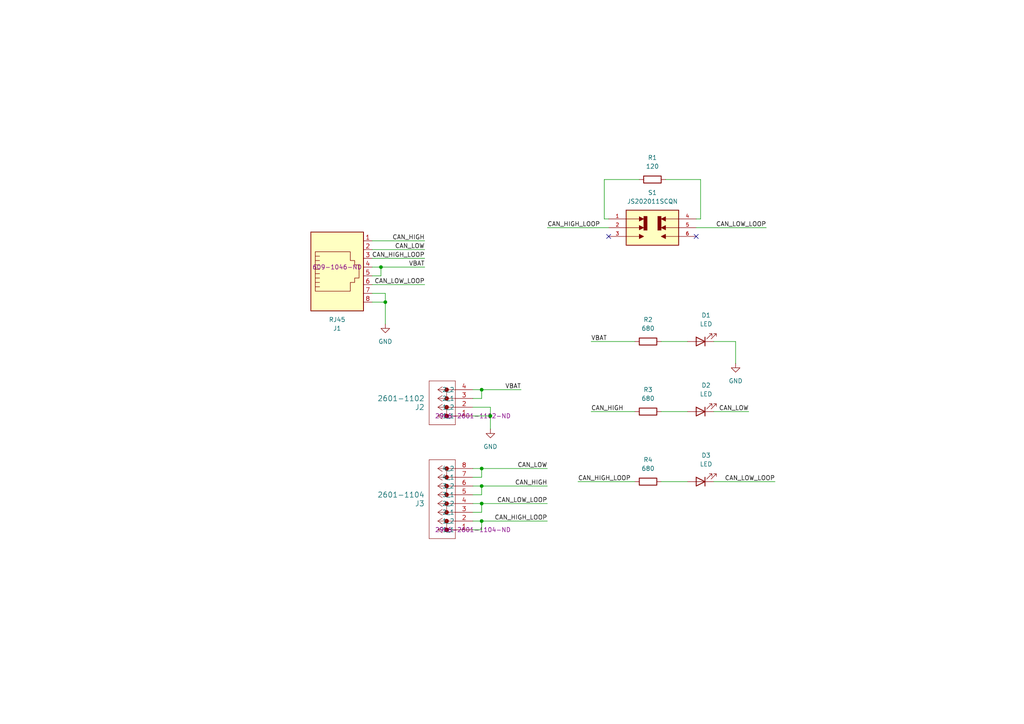
<source format=kicad_sch>
(kicad_sch (version 20250114) (generator "eeschema") (generator_version "9.0")
  (paper "A4")
  (title_block (title "Foyer CAN Wiring") (date "2025-04-16") (rev "A") (company "QNibble Systems") (comment 1 "Copyright 2025 Nick Butts"))
  (lib_symbols
    (symbol "Connector:RJ45" (pin_names (offset 1.016))
      (property "Reference" "J" (at -5.08 13.97 0))
      (property "Value" "RJ45" (at 2.54 13.97 0))
      (symbol "RJ45_0_1"
        (polyline (pts (xy -6.35 1.905) (xy -5.08 1.905) (xy -5.08 1.905)))
        (polyline (pts (xy -6.35 0.635) (xy -5.08 0.635) (xy -5.08 0.635)))
        (polyline (pts (xy -6.35 -0.635) (xy -5.08 -0.635) (xy -5.08 -0.635)))
        (polyline (pts (xy -6.35 -1.905) (xy -5.08 -1.905) (xy -5.08 -1.905)))
        (polyline (pts (xy -6.35 -3.175) (xy -5.08 -3.175) (xy -5.08 -3.175)))
        (polyline (pts (xy -6.35 -4.445) (xy -6.35 6.985) (xy 3.81 6.985) (xy 3.81 4.445) (xy 5.08 4.445) (xy 5.08 3.175) (xy 6.35 3.175) (xy 6.35 -0.635) (xy 5.08 -0.635) (xy 5.08 -1.905) (xy 3.81 -1.905) (xy 3.81 -4.445) (xy -6.35 -4.445) (xy -6.35 -4.445)))
        (polyline (pts (xy -5.08 5.715) (xy -6.35 5.715)))
        (polyline (pts (xy -5.08 4.445) (xy -6.35 4.445)))
        (polyline (pts (xy -5.08 3.175) (xy -6.35 3.175) (xy -6.35 3.175)))
        (rectangle (start 7.62 12.7) (end -7.62 -10.16) (stroke (width 0.254)) (fill (type background)))
      )
      (symbol "RJ45_1_1"
        (pin passive line (at 10.16 10.16 180) (length 2.54) (name "~") (number "8"))
        (pin passive line (at 10.16 7.62 180) (length 2.54) (name "~") (number "7"))
        (pin passive line (at 10.16 5.08 180) (length 2.54) (name "~") (number "6"))
        (pin passive line (at 10.16 2.54 180) (length 2.54) (name "~") (number "5"))
        (pin passive line (at 10.16 0 180) (length 2.54) (name "~") (number "4"))
        (pin passive line (at 10.16 -2.54 180) (length 2.54) (name "~") (number "3"))
        (pin passive line (at 10.16 -5.08 180) (length 2.54) (name "~") (number "2"))
        (pin passive line (at 10.16 -7.62 180) (length 2.54) (name "~") (number "1"))
      )
    )
    (symbol "Device:LED" (pin_numbers (hide yes)) (pin_names (offset 1.016) (hide yes))
      (property "Reference" "D" (at 0 2.54 0))
      (property "Value" "LED" (at 0 -2.54 0))
      (symbol "LED_0_1"
        (polyline (pts (xy -3.048 -0.762) (xy -4.572 -2.286) (xy -3.81 -2.286) (xy -4.572 -2.286) (xy -4.572 -1.524)))
        (polyline (pts (xy -1.778 -0.762) (xy -3.302 -2.286) (xy -2.54 -2.286) (xy -3.302 -2.286) (xy -3.302 -1.524)))
        (polyline (pts (xy -1.27 0) (xy 1.27 0)))
        (polyline (pts (xy -1.27 -1.27) (xy -1.27 1.27)) (stroke (width 0.254)))
        (polyline (pts (xy 1.27 -1.27) (xy 1.27 1.27) (xy -1.27 0) (xy 1.27 -1.27)) (stroke (width 0.254)))
      )
      (symbol "LED_1_1"
        (pin passive line (at -3.81 0 0) (length 2.54) (name "K") (number "1"))
        (pin passive line (at 3.81 0 180) (length 2.54) (name "A") (number "2"))
      )
    )
    (symbol "Device:R" (pin_numbers (hide yes)) (pin_names (offset 0))
      (property "Reference" "R" (at 2.032 0 90))
      (property "Value" "R" (at 0 0 90))
      (symbol "R_0_1"
        (rectangle (start -1.016 -2.54) (end 1.016 2.54) (stroke (width 0.254)))
      )
      (symbol "R_1_1"
        (pin passive line (at 0 3.81 270) (length 1.27) (name "~") (number "1"))
        (pin passive line (at 0 -3.81 90) (length 1.27) (name "~") (number "2"))
      )
    )
    (symbol "LocalSyms:JS202011SCQN" (pin_names (offset 1.016))
      (property "Reference" "S" (at -7.62 6.35 0))
      (property "Value" "JS202011SCQN" (at -7.62 -6.35 0))
      (symbol "JS202011SCQN_0_0"
        (polyline (pts (xy -7.62 2.54) (xy -3.81 2.54)) (stroke (width 0.1524)))
        (polyline (pts (xy -7.62 0) (xy -3.81 0)) (stroke (width 0.1524)))
        (polyline (pts (xy -7.62 -2.54) (xy -3.81 -2.54)) (stroke (width 0.1524)))
        (rectangle (start -7.62 -5.08) (end 7.62 5.08) (stroke (width 0.254)) (fill (type background)))
        (polyline (pts (xy -3.81 3.175) (xy -3.81 1.905) (xy -2.54 2.54) (xy -3.81 3.175)) (stroke (width 0.1524)) (fill (type outline)))
        (polyline (pts (xy -3.81 0.635) (xy -3.81 -0.635) (xy -2.54 0) (xy -3.81 0.635)) (stroke (width 0.1524)) (fill (type outline)))
        (polyline (pts (xy -3.81 -1.905) (xy -3.81 -3.175) (xy -2.54 -2.54) (xy -3.81 -1.905)) (stroke (width 0.1524)) (fill (type outline)))
        (polyline (pts (xy -2.54 3.302) (xy -2.54 -0.762) (xy -1.524 -0.762) (xy -1.524 3.302) (xy -2.54 3.302)) (stroke (width 0.0254)) (fill (type outline)))
        (polyline (pts (xy 1.524 3.302) (xy 1.524 -0.762) (xy 2.54 -0.762) (xy 2.54 3.302) (xy 1.524 3.302)) (stroke (width 0.0254)) (fill (type outline)))
        (polyline (pts (xy 3.81 1.905) (xy 3.81 3.175) (xy 2.54 2.54) (xy 3.81 1.905)) (stroke (width 0.1524)) (fill (type outline)))
        (polyline (pts (xy 3.81 -0.635) (xy 3.81 0.635) (xy 2.54 0) (xy 3.81 -0.635)) (stroke (width 0.1524)) (fill (type outline)))
        (polyline (pts (xy 3.81 -3.175) (xy 3.81 -1.905) (xy 2.54 -2.54) (xy 3.81 -3.175)) (stroke (width 0.1524)) (fill (type outline)))
        (polyline (pts (xy 7.62 2.54) (xy 3.81 2.54)) (stroke (width 0.1524)))
        (polyline (pts (xy 7.62 0) (xy 3.81 0)) (stroke (width 0.1524)))
        (polyline (pts (xy 7.62 -2.54) (xy 3.81 -2.54)) (stroke (width 0.1524)))
        (pin passive line (at -12.7 2.54 0) (length 5.08) (name "~") (number "1"))
        (pin passive line (at -12.7 0 0) (length 5.08) (name "~") (number "2"))
        (pin passive line (at -12.7 -2.54 0) (length 5.08) (name "~") (number "3"))
        (pin passive line (at 12.7 2.54 180) (length 5.08) (name "~") (number "4"))
        (pin passive line (at 12.7 0 180) (length 5.08) (name "~") (number "5"))
        (pin passive line (at 12.7 -2.54 180) (length 5.08) (name "~") (number "6"))
      )
    )
    (symbol "LocalSyms:WAGO 2601-1102" (pin_names (offset 0.254))
      (property "Reference" "J" (at 8.89 6.35 0))
      (property "Value" "2601-1102" (at 0 0 0))
      (symbol "WAGO 2601-1102_1_1"
        (polyline (pts (xy 5.08 2.54) (xy 5.08 -10.16)) (stroke (width 0.127)))
        (polyline (pts (xy 5.08 -10.16) (xy 12.7 -10.16)) (stroke (width 0.127)))
        (polyline (pts (xy 7.62 0) (xy 7.62 -2.54)) (stroke (width 0.127)))
        (circle (center 7.62 0) (radius 0.127) (stroke (width 0.508)))
        (circle (center 7.62 -2.54) (radius 0.127) (stroke (width 0.508)))
        (polyline (pts (xy 7.62 -5.08) (xy 7.62 -7.62)) (stroke (width 0.127)))
        (circle (center 7.62 -5.08) (radius 0.127) (stroke (width 0.508)))
        (circle (center 7.62 -7.62) (radius 0.127) (stroke (width 0.508)))
        (polyline (pts (xy 10.16 0) (xy 5.08 0)) (stroke (width 0.127)))
        (polyline (pts (xy 10.16 0) (xy 8.89 0.8467)) (stroke (width 0.127)))
        (polyline (pts (xy 10.16 0) (xy 8.89 -0.8467)) (stroke (width 0.127)))
        (polyline (pts (xy 10.16 -2.54) (xy 5.08 -2.54)) (stroke (width 0.127)))
        (polyline (pts (xy 10.16 -2.54) (xy 8.89 -1.6933)) (stroke (width 0.127)))
        (polyline (pts (xy 10.16 -2.54) (xy 8.89 -3.3867)) (stroke (width 0.127)))
        (polyline (pts (xy 10.16 -5.08) (xy 5.08 -5.08)) (stroke (width 0.127)))
        (polyline (pts (xy 10.16 -5.08) (xy 8.89 -4.2333)) (stroke (width 0.127)))
        (polyline (pts (xy 10.16 -5.08) (xy 8.89 -5.9267)) (stroke (width 0.127)))
        (polyline (pts (xy 10.16 -7.62) (xy 5.08 -7.62)) (stroke (width 0.127)))
        (polyline (pts (xy 10.16 -7.62) (xy 8.89 -6.7733)) (stroke (width 0.127)))
        (polyline (pts (xy 10.16 -7.62) (xy 8.89 -8.4667)) (stroke (width 0.127)))
        (polyline (pts (xy 12.7 2.54) (xy 5.08 2.54)) (stroke (width 0.127)))
        (polyline (pts (xy 12.7 -10.16) (xy 12.7 2.54)) (stroke (width 0.127)))
        (pin unspecified line (at 0 0 0) (length 5.08) (name "1_1") (number "1"))
        (pin unspecified line (at 0 -2.54 0) (length 5.08) (name "1_2") (number "2"))
        (pin unspecified line (at 0 -5.08 0) (length 5.08) (name "2_1") (number "3"))
        (pin unspecified line (at 0 -7.62 0) (length 5.08) (name "2_2") (number "4"))
      )
      (symbol "WAGO 2601-1102_1_2"
        (polyline (pts (xy 5.08 2.54) (xy 5.08 -10.16)) (stroke (width 0.127)))
        (polyline (pts (xy 5.08 -10.16) (xy 12.7 -10.16)) (stroke (width 0.127)))
        (polyline (pts (xy 7.62 0) (xy 7.62 -2.54)) (stroke (width 0.127)))
        (circle (center 7.62 0) (radius 0.127) (stroke (width 0.508)))
        (circle (center 7.62 -2.54) (radius 0.127) (stroke (width 0.508)))
        (polyline (pts (xy 7.62 -5.08) (xy 7.62 -7.62)) (stroke (width 0.127)))
        (circle (center 7.62 -5.08) (radius 0.127) (stroke (width 0.508)))
        (circle (center 7.62 -7.62) (radius 0.127) (stroke (width 0.508)))
        (polyline (pts (xy 10.16 0) (xy 5.08 0)) (stroke (width 0.127)))
        (polyline (pts (xy 10.16 0) (xy 8.89 0.8467)) (stroke (width 0.127)))
        (polyline (pts (xy 10.16 0) (xy 8.89 -0.8467)) (stroke (width 0.127)))
        (polyline (pts (xy 10.16 -2.54) (xy 5.08 -2.54)) (stroke (width 0.127)))
        (polyline (pts (xy 10.16 -2.54) (xy 8.89 -1.6933)) (stroke (width 0.127)))
        (polyline (pts (xy 10.16 -2.54) (xy 8.89 -3.3867)) (stroke (width 0.127)))
        (polyline (pts (xy 10.16 -5.08) (xy 5.08 -5.08)) (stroke (width 0.127)))
        (polyline (pts (xy 10.16 -5.08) (xy 8.89 -4.2333)) (stroke (width 0.127)))
        (polyline (pts (xy 10.16 -5.08) (xy 8.89 -5.9267)) (stroke (width 0.127)))
        (polyline (pts (xy 10.16 -7.62) (xy 5.08 -7.62)) (stroke (width 0.127)))
        (polyline (pts (xy 10.16 -7.62) (xy 8.89 -6.7733)) (stroke (width 0.127)))
        (polyline (pts (xy 10.16 -7.62) (xy 8.89 -8.4667)) (stroke (width 0.127)))
        (polyline (pts (xy 12.7 2.54) (xy 5.08 2.54)) (stroke (width 0.127)))
        (polyline (pts (xy 12.7 -10.16) (xy 12.7 2.54)) (stroke (width 0.127)))
        (pin unspecified line (at 0 0 0) (length 5.08) (name "1_1") (number "1"))
        (pin unspecified line (at 0 -2.54 0) (length 5.08) (name "1_2") (number "2"))
        (pin unspecified line (at 0 -5.08 0) (length 5.08) (name "2_1") (number "3"))
        (pin unspecified line (at 0 -7.62 0) (length 5.08) (name "2_2") (number "4"))
      )
    )
    (symbol "LocalSyms:WAGO 2601-1104" (pin_names (offset 0.254))
      (property "Reference" "J" (at 8.89 6.35 0))
      (property "Value" "2601-1104" (at 0 0 0))
      (symbol "WAGO 2601-1104_1_1"
        (polyline (pts (xy 5.08 2.54) (xy 5.08 -20.32)) (stroke (width 0.127)))
        (polyline (pts (xy 5.08 -20.32) (xy 12.7 -20.32)) (stroke (width 0.127)))
        (polyline (pts (xy 7.62 0) (xy 7.62 -2.54)) (stroke (width 0.127)))
        (circle (center 7.62 0) (radius 0.127) (stroke (width 0.508)))
        (circle (center 7.62 -2.54) (radius 0.127) (stroke (width 0.508)))
        (polyline (pts (xy 7.62 -5.08) (xy 7.62 -7.62)) (stroke (width 0.127)))
        (circle (center 7.62 -5.08) (radius 0.127) (stroke (width 0.508)))
        (circle (center 7.62 -7.62) (radius 0.127) (stroke (width 0.508)))
        (polyline (pts (xy 7.62 -10.16) (xy 7.62 -12.7)) (stroke (width 0.127)))
        (circle (center 7.62 -10.16) (radius 0.127) (stroke (width 0.508)))
        (circle (center 7.62 -12.7) (radius 0.127) (stroke (width 0.508)))
        (polyline (pts (xy 7.62 -15.24) (xy 7.62 -17.78)) (stroke (width 0.127)))
        (circle (center 7.62 -15.24) (radius 0.127) (stroke (width 0.508)))
        (circle (center 7.62 -17.78) (radius 0.127) (stroke (width 0.508)))
        (polyline (pts (xy 10.16 0) (xy 5.08 0)) (stroke (width 0.127)))
        (polyline (pts (xy 10.16 0) (xy 8.89 0.8467)) (stroke (width 0.127)))
        (polyline (pts (xy 10.16 0) (xy 8.89 -0.8467)) (stroke (width 0.127)))
        (polyline (pts (xy 10.16 -2.54) (xy 5.08 -2.54)) (stroke (width 0.127)))
        (polyline (pts (xy 10.16 -2.54) (xy 8.89 -1.6933)) (stroke (width 0.127)))
        (polyline (pts (xy 10.16 -2.54) (xy 8.89 -3.3867)) (stroke (width 0.127)))
        (polyline (pts (xy 10.16 -5.08) (xy 5.08 -5.08)) (stroke (width 0.127)))
        (polyline (pts (xy 10.16 -5.08) (xy 8.89 -4.2333)) (stroke (width 0.127)))
        (polyline (pts (xy 10.16 -5.08) (xy 8.89 -5.9267)) (stroke (width 0.127)))
        (polyline (pts (xy 10.16 -7.62) (xy 5.08 -7.62)) (stroke (width 0.127)))
        (polyline (pts (xy 10.16 -7.62) (xy 8.89 -6.7733)) (stroke (width 0.127)))
        (polyline (pts (xy 10.16 -7.62) (xy 8.89 -8.4667)) (stroke (width 0.127)))
        (polyline (pts (xy 10.16 -10.16) (xy 5.08 -10.16)) (stroke (width 0.127)))
        (polyline (pts (xy 10.16 -10.16) (xy 8.89 -9.3133)) (stroke (width 0.127)))
        (polyline (pts (xy 10.16 -10.16) (xy 8.89 -11.0067)) (stroke (width 0.127)))
        (polyline (pts (xy 10.16 -12.7) (xy 5.08 -12.7)) (stroke (width 0.127)))
        (polyline (pts (xy 10.16 -12.7) (xy 8.89 -11.8533)) (stroke (width 0.127)))
        (polyline (pts (xy 10.16 -12.7) (xy 8.89 -13.5467)) (stroke (width 0.127)))
        (polyline (pts (xy 10.16 -15.24) (xy 5.08 -15.24)) (stroke (width 0.127)))
        (polyline (pts (xy 10.16 -15.24) (xy 8.89 -14.3933)) (stroke (width 0.127)))
        (polyline (pts (xy 10.16 -15.24) (xy 8.89 -16.0867)) (stroke (width 0.127)))
        (polyline (pts (xy 10.16 -17.78) (xy 5.08 -17.78)) (stroke (width 0.127)))
        (polyline (pts (xy 10.16 -17.78) (xy 8.89 -16.9333)) (stroke (width 0.127)))
        (polyline (pts (xy 10.16 -17.78) (xy 8.89 -18.6267)) (stroke (width 0.127)))
        (polyline (pts (xy 12.7 2.54) (xy 5.08 2.54)) (stroke (width 0.127)))
        (polyline (pts (xy 12.7 -20.32) (xy 12.7 2.54)) (stroke (width 0.127)))
        (pin unspecified line (at 0 0 0) (length 5.08) (name "1_1") (number "1"))
        (pin unspecified line (at 0 -2.54 0) (length 5.08) (name "1_2") (number "2"))
        (pin unspecified line (at 0 -5.08 0) (length 5.08) (name "2_1") (number "3"))
        (pin unspecified line (at 0 -7.62 0) (length 5.08) (name "2_2") (number "4"))
        (pin unspecified line (at 0 -10.16 0) (length 5.08) (name "3_1") (number "5"))
        (pin unspecified line (at 0 -12.7 0) (length 5.08) (name "3_2") (number "6"))
        (pin unspecified line (at 0 -15.24 0) (length 5.08) (name "4_1") (number "7"))
        (pin unspecified line (at 0 -17.78 0) (length 5.08) (name "4_2") (number "8"))
      )
      (symbol "WAGO 2601-1104_1_2"
        (polyline (pts (xy 5.08 2.54) (xy 5.08 -20.32)) (stroke (width 0.127)))
        (polyline (pts (xy 5.08 -20.32) (xy 12.7 -20.32)) (stroke (width 0.127)))
        (polyline (pts (xy 7.62 0) (xy 7.62 -2.54)) (stroke (width 0.127)))
        (circle (center 7.62 0) (radius 0.127) (stroke (width 0.508)))
        (circle (center 7.62 -2.54) (radius 0.127) (stroke (width 0.508)))
        (polyline (pts (xy 7.62 -5.08) (xy 7.62 -7.62)) (stroke (width 0.127)))
        (circle (center 7.62 -5.08) (radius 0.127) (stroke (width 0.508)))
        (circle (center 7.62 -7.62) (radius 0.127) (stroke (width 0.508)))
        (polyline (pts (xy 7.62 -10.16) (xy 7.62 -12.7)) (stroke (width 0.127)))
        (circle (center 7.62 -10.16) (radius 0.127) (stroke (width 0.508)))
        (circle (center 7.62 -12.7) (radius 0.127) (stroke (width 0.508)))
        (polyline (pts (xy 7.62 -15.24) (xy 7.62 -17.78)) (stroke (width 0.127)))
        (circle (center 7.62 -15.24) (radius 0.127) (stroke (width 0.508)))
        (circle (center 7.62 -17.78) (radius 0.127) (stroke (width 0.508)))
        (polyline (pts (xy 10.16 0) (xy 5.08 0)) (stroke (width 0.127)))
        (polyline (pts (xy 10.16 0) (xy 8.89 0.8467)) (stroke (width 0.127)))
        (polyline (pts (xy 10.16 0) (xy 8.89 -0.8467)) (stroke (width 0.127)))
        (polyline (pts (xy 10.16 -2.54) (xy 5.08 -2.54)) (stroke (width 0.127)))
        (polyline (pts (xy 10.16 -2.54) (xy 8.89 -1.6933)) (stroke (width 0.127)))
        (polyline (pts (xy 10.16 -2.54) (xy 8.89 -3.3867)) (stroke (width 0.127)))
        (polyline (pts (xy 10.16 -5.08) (xy 5.08 -5.08)) (stroke (width 0.127)))
        (polyline (pts (xy 10.16 -5.08) (xy 8.89 -4.2333)) (stroke (width 0.127)))
        (polyline (pts (xy 10.16 -5.08) (xy 8.89 -5.9267)) (stroke (width 0.127)))
        (polyline (pts (xy 10.16 -7.62) (xy 5.08 -7.62)) (stroke (width 0.127)))
        (polyline (pts (xy 10.16 -7.62) (xy 8.89 -6.7733)) (stroke (width 0.127)))
        (polyline (pts (xy 10.16 -7.62) (xy 8.89 -8.4667)) (stroke (width 0.127)))
        (polyline (pts (xy 10.16 -10.16) (xy 5.08 -10.16)) (stroke (width 0.127)))
        (polyline (pts (xy 10.16 -10.16) (xy 8.89 -9.3133)) (stroke (width 0.127)))
        (polyline (pts (xy 10.16 -10.16) (xy 8.89 -11.0067)) (stroke (width 0.127)))
        (polyline (pts (xy 10.16 -12.7) (xy 5.08 -12.7)) (stroke (width 0.127)))
        (polyline (pts (xy 10.16 -12.7) (xy 8.89 -11.8533)) (stroke (width 0.127)))
        (polyline (pts (xy 10.16 -12.7) (xy 8.89 -13.5467)) (stroke (width 0.127)))
        (polyline (pts (xy 10.16 -15.24) (xy 5.08 -15.24)) (stroke (width 0.127)))
        (polyline (pts (xy 10.16 -15.24) (xy 8.89 -14.3933)) (stroke (width 0.127)))
        (polyline (pts (xy 10.16 -15.24) (xy 8.89 -16.0867)) (stroke (width 0.127)))
        (polyline (pts (xy 10.16 -17.78) (xy 5.08 -17.78)) (stroke (width 0.127)))
        (polyline (pts (xy 10.16 -17.78) (xy 8.89 -16.9333)) (stroke (width 0.127)))
        (polyline (pts (xy 10.16 -17.78) (xy 8.89 -18.6267)) (stroke (width 0.127)))
        (polyline (pts (xy 12.7 2.54) (xy 5.08 2.54)) (stroke (width 0.127)))
        (polyline (pts (xy 12.7 -20.32) (xy 12.7 2.54)) (stroke (width 0.127)))
        (pin unspecified line (at 0 0 0) (length 5.08) (name "1_1") (number "1"))
        (pin unspecified line (at 0 -2.54 0) (length 5.08) (name "1_2") (number "2"))
        (pin unspecified line (at 0 -5.08 0) (length 5.08) (name "2_1") (number "3"))
        (pin unspecified line (at 0 -7.62 0) (length 5.08) (name "2_2") (number "4"))
        (pin unspecified line (at 0 -10.16 0) (length 5.08) (name "3_1") (number "5"))
        (pin unspecified line (at 0 -12.7 0) (length 5.08) (name "3_2") (number "6"))
        (pin unspecified line (at 0 -15.24 0) (length 5.08) (name "4_1") (number "7"))
        (pin unspecified line (at 0 -17.78 0) (length 5.08) (name "4_2") (number "8"))
      )
    )
    (symbol "power:GND" (power) (pin_numbers (hide yes)) (pin_names (offset 0) (hide yes))
      (property "Value" "GND" (at 0 -3.81 0))
      (symbol "GND_0_1"
        (polyline (pts (xy 0 0) (xy 0 -1.27) (xy 1.27 -1.27) (xy 0 -2.54) (xy -1.27 -1.27) (xy 0 -1.27)))
      )
      (symbol "GND_1_1"
        (pin power_in line (at 0 0 270) (length 0) (name "~") (number "1"))
      )
    )
  )
  (junction (at 142.24 120.65))
  (junction (at 139.7 146.05))
  (junction (at 139.7 151.13))
  (junction (at 139.7 135.89))
  (junction (at 110.49 77.47))
  (junction (at 139.7 140.97))
  (junction (at 139.7 113.03))
  (junction (at 111.76 87.63))
  (no_connect (at 176.53 68.58))
  (no_connect (at 201.93 68.58))
  (wire (pts (xy 207.01 119.38) (xy 217.17 119.38)))
  (wire (pts (xy 207.01 139.7) (xy 224.79 139.7)))
  (wire (pts (xy 139.7 151.13) (xy 158.75 151.13)))
  (wire (pts (xy 191.77 99.06) (xy 199.39 99.06)))
  (wire (pts (xy 139.7 153.67) (xy 139.7 151.13)))
  (wire (pts (xy 137.16 148.59) (xy 139.7 148.59)))
  (wire (pts (xy 137.16 113.03) (xy 139.7 113.03)))
  (wire (pts (xy 107.95 74.93) (xy 123.19 74.93)))
  (wire (pts (xy 139.7 115.57) (xy 139.7 113.03)))
  (wire (pts (xy 139.7 148.59) (xy 139.7 146.05)))
  (wire (pts (xy 137.16 140.97) (xy 139.7 140.97)))
  (wire (pts (xy 171.45 99.06) (xy 184.15 99.06)))
  (wire (pts (xy 137.16 118.11) (xy 142.24 118.11)))
  (wire (pts (xy 111.76 85.09) (xy 111.76 87.63)))
  (wire (pts (xy 137.16 120.65) (xy 142.24 120.65)))
  (wire (pts (xy 201.93 63.5) (xy 203.2 63.5)))
  (wire (pts (xy 158.75 66.04) (xy 176.53 66.04)))
  (wire (pts (xy 175.26 63.5) (xy 175.26 52.07)))
  (wire (pts (xy 203.2 63.5) (xy 203.2 52.07)))
  (wire (pts (xy 107.95 69.85) (xy 123.19 69.85)))
  (wire (pts (xy 142.24 120.65) (xy 142.24 124.46)))
  (wire (pts (xy 191.77 119.38) (xy 199.39 119.38)))
  (wire (pts (xy 137.16 138.43) (xy 139.7 138.43)))
  (wire (pts (xy 207.01 99.06) (xy 213.36 99.06)))
  (wire (pts (xy 139.7 140.97) (xy 158.75 140.97)))
  (wire (pts (xy 191.77 139.7) (xy 199.39 139.7)))
  (wire (pts (xy 139.7 143.51) (xy 139.7 140.97)))
  (wire (pts (xy 107.95 80.01) (xy 110.49 80.01)))
  (wire (pts (xy 167.64 139.7) (xy 184.15 139.7)))
  (wire (pts (xy 139.7 138.43) (xy 139.7 135.89)))
  (wire (pts (xy 137.16 151.13) (xy 139.7 151.13)))
  (wire (pts (xy 193.04 52.07) (xy 203.2 52.07)))
  (wire (pts (xy 137.16 153.67) (xy 139.7 153.67)))
  (wire (pts (xy 213.36 99.06) (xy 213.36 105.41)))
  (wire (pts (xy 107.95 77.47) (xy 110.49 77.47)))
  (wire (pts (xy 176.53 63.5) (xy 175.26 63.5)))
  (wire (pts (xy 137.16 135.89) (xy 139.7 135.89)))
  (wire (pts (xy 107.95 82.55) (xy 123.19 82.55)))
  (wire (pts (xy 110.49 77.47) (xy 123.19 77.47)))
  (wire (pts (xy 201.93 66.04) (xy 222.25 66.04)))
  (wire (pts (xy 137.16 115.57) (xy 139.7 115.57)))
  (wire (pts (xy 171.45 119.38) (xy 184.15 119.38)))
  (wire (pts (xy 139.7 146.05) (xy 158.75 146.05)))
  (wire (pts (xy 137.16 146.05) (xy 139.7 146.05)))
  (wire (pts (xy 107.95 85.09) (xy 111.76 85.09)))
  (wire (pts (xy 139.7 113.03) (xy 151.13 113.03)))
  (wire (pts (xy 107.95 72.39) (xy 123.19 72.39)))
  (wire (pts (xy 111.76 87.63) (xy 111.76 93.98)))
  (wire (pts (xy 175.26 52.07) (xy 185.42 52.07)))
  (wire (pts (xy 137.16 143.51) (xy 139.7 143.51)))
  (wire (pts (xy 107.95 87.63) (xy 111.76 87.63)))
  (wire (pts (xy 110.49 80.01) (xy 110.49 77.47)))
  (wire (pts (xy 139.7 135.89) (xy 158.75 135.89)))
  (wire (pts (xy 142.24 118.11) (xy 142.24 120.65)))
  (label "CAN_LOW" (at 123.19 72.39 180))
  (label "CAN_LOW_LOOP" (at 123.19 82.55 180))
  (label "CAN_HIGH_LOOP" (at 158.75 66.04 0))
  (label "VBAT" (at 171.45 99.06 0))
  (label "CAN_HIGH" (at 123.19 69.85 180))
  (label "CAN_LOW" (at 158.75 135.89 180))
  (label "CAN_HIGH_LOOP" (at 167.64 139.7 0))
  (label "CAN_LOW_LOOP" (at 222.25 66.04 180))
  (label "VBAT" (at 151.13 113.03 180))
  (label "CAN_HIGH_LOOP" (at 123.19 74.93 180))
  (label "CAN_LOW_LOOP" (at 224.79 139.7 180))
  (label "CAN_HIGH" (at 158.75 140.97 180))
  (label "CAN_HIGH_LOOP" (at 158.75 151.13 180))
  (label "CAN_LOW" (at 217.17 119.38 180))
  (label "VBAT" (at 123.19 77.47 180))
  (label "CAN_HIGH" (at 171.45 119.38 0))
  (label "CAN_LOW_LOOP" (at 158.75 146.05 180))
  (symbol (lib_id "power:GND") (at 111.76 93.98 0) (unit 1)
    (property "Reference" "#PWR01" (effects (hide yes)))
    (property "Value" "GND" (at 111.76 99.06 0))
    (property "Description" "Power symbol creates a global label with name \"GND\" , ground" (effects (hide yes)))
  )
  (symbol (lib_id "Device:LED") (at 203.2 139.7 180) (unit 1)
    (property "Reference" "D3" (at 204.7875 132.08 0))
    (property "Value" "LED" (at 204.7875 134.62 0))
    (property "Footprint" "LED_SMD:LED_0603_1608Metric_Pad1.05x0.95mm_HandSolder" (effects (hide yes)))
    (property "Description" "Light emitting diode" (effects (hide yes)))
    (property "Sim.Pins" "1=K 2=A" (effects (hide yes)))
  )
  (symbol (lib_id "power:GND") (at 142.24 124.46 0) (unit 1)
    (property "Reference" "#PWR03" (effects (hide yes)))
    (property "Value" "GND" (at 142.24 129.54 0))
    (property "Description" "Power symbol creates a global label with name \"GND\" , ground" (effects (hide yes)))
  )
  (symbol (lib_id "Device:LED") (at 203.2 99.06 180) (unit 1)
    (property "Reference" "D1" (at 204.7875 91.44 0))
    (property "Value" "LED" (at 204.7875 93.98 0))
    (property "Footprint" "LED_SMD:LED_0603_1608Metric_Pad1.05x0.95mm_HandSolder" (effects (hide yes)))
    (property "Description" "Light emitting diode" (effects (hide yes)))
    (property "Sim.Pins" "1=K 2=A" (effects (hide yes)))
  )
  (symbol (lib_id "Device:R") (at 187.96 119.38 90) (unit 1)
    (property "Reference" "R3" (at 187.96 113.03 90))
    (property "Value" "680" (at 187.96 115.57 90))
    (property "Footprint" "Resistor_SMD:R_0603_1608Metric_Pad0.98x0.95mm_HandSolder" (effects (hide yes)))
    (property "Description" "Resistor" (effects (hide yes)))
  )
  (symbol (lib_id "LocalSyms:WAGO 2601-1104") (at 137.16 153.67 180) (unit 1)
    (property "Reference" "J3" (at 123.19 146.0501 0) (effects (font (size 1.524 1.524)) (justify left)))
    (property "Value" "2601-1104" (at 123.19 143.5101 0) (effects (font (size 1.524 1.524)) (justify left)))
    (property "Footprint" "LocalFootprints:CONN4_2601-1104_WAG" (effects (hide yes)))
    (property "Datasheet" "2601-1104" (effects (hide yes)))
    (property "Digikey" "2946-2601-1104-ND" (at 137.16 153.67 0))
  )
  (symbol (lib_id "Device:LED") (at 203.2 119.38 180) (unit 1)
    (property "Reference" "D2" (at 204.7875 111.76 0))
    (property "Value" "LED" (at 204.7875 114.3 0))
    (property "Footprint" "LED_SMD:LED_0603_1608Metric_Pad1.05x0.95mm_HandSolder" (effects (hide yes)))
    (property "Description" "Light emitting diode" (effects (hide yes)))
    (property "Sim.Pins" "1=K 2=A" (effects (hide yes)))
  )
  (symbol (lib_id "Device:R") (at 189.23 52.07 90) (unit 1)
    (property "Reference" "R1" (at 189.23 45.72 90))
    (property "Value" "120" (at 189.23 48.26 90))
    (property "Footprint" "Resistor_SMD:R_0603_1608Metric_Pad0.98x0.95mm_HandSolder" (effects (hide yes)))
    (property "Description" "Resistor" (effects (hide yes)))
  )
  (symbol (lib_id "LocalSyms:JS202011SCQN") (at 189.23 66.04 0) (unit 1)
    (property "Reference" "S1" (at 189.23 55.88 0))
    (property "Value" "JS202011SCQN" (at 189.23 58.42 0))
    (property "Footprint" "LocalFootprints:SW_JS202011SCQN" (effects (hide yes)))
    (property "PARTREV" "26 May 22" (effects (hide yes)))
    (property "SNAPEDA_PN" "JS202011SCQN" (effects (hide yes)))
    (property "STANDARD" "Manufacturer Recommendations" (effects (hide yes)))
    (property "MAXIMUM_PACKAGE_HEIGHT" "5.5 mm" (effects (hide yes)))
    (property "MANUFACTURER" "C&K" (effects (hide yes)))
    (property "Digikey" "401-2002-2-ND" (effects (hide yes)))
  )
  (symbol (lib_id "Connector:RJ45") (at 97.79 77.47 0) (mirror x) (unit 1)
    (property "Reference" "J1" (at 97.79 95.25 0))
    (property "Value" "RJ45" (at 97.79 92.71 0))
    (property "Footprint" "LocalFootprints:AMPHENOL_54602-908LF" (effects (hide yes)))
    (property "Description" "RJ connector, 8P8C (8 positions 8 connected)" (effects (hide yes)))
    (property "Digikey" "609-1046-ND" (at 97.79 77.47 0))
  )
  (symbol (lib_id "Device:R") (at 187.96 99.06 90) (unit 1)
    (property "Reference" "R2" (at 187.96 92.71 90))
    (property "Value" "680" (at 187.96 95.25 90))
    (property "Footprint" "Resistor_SMD:R_0603_1608Metric_Pad0.98x0.95mm_HandSolder" (effects (hide yes)))
    (property "Description" "Resistor" (effects (hide yes)))
  )
  (symbol (lib_id "Device:R") (at 187.96 139.7 90) (unit 1)
    (property "Reference" "R4" (at 187.96 133.35 90))
    (property "Value" "680" (at 187.96 135.89 90))
    (property "Footprint" "Resistor_SMD:R_0603_1608Metric_Pad0.98x0.95mm_HandSolder" (effects (hide yes)))
    (property "Description" "Resistor" (effects (hide yes)))
  )
  (symbol (lib_id "power:GND") (at 213.36 105.41 0) (unit 1)
    (property "Reference" "#PWR02" (effects (hide yes)))
    (property "Value" "GND" (at 213.36 110.49 0))
    (property "Description" "Power symbol creates a global label with name \"GND\" , ground" (effects (hide yes)))
  )
  (symbol (lib_id "LocalSyms:WAGO 2601-1102") (at 137.16 120.65 180) (unit 1)
    (property "Reference" "J2" (at 123.19 118.1101 0) (effects (font (size 1.524 1.524)) (justify left)))
    (property "Value" "2601-1102" (at 123.19 115.5701 0) (effects (font (size 1.524 1.524)) (justify left)))
    (property "Footprint" "LocalFootprints:CONN2_2601-1102_WAG" (effects (hide yes)))
    (property "Datasheet" "2601-1102" (effects (hide yes)))
    (property "Digikey" "2946-2601-1102-ND" (at 137.16 120.65 0))
  )
)
</source>
